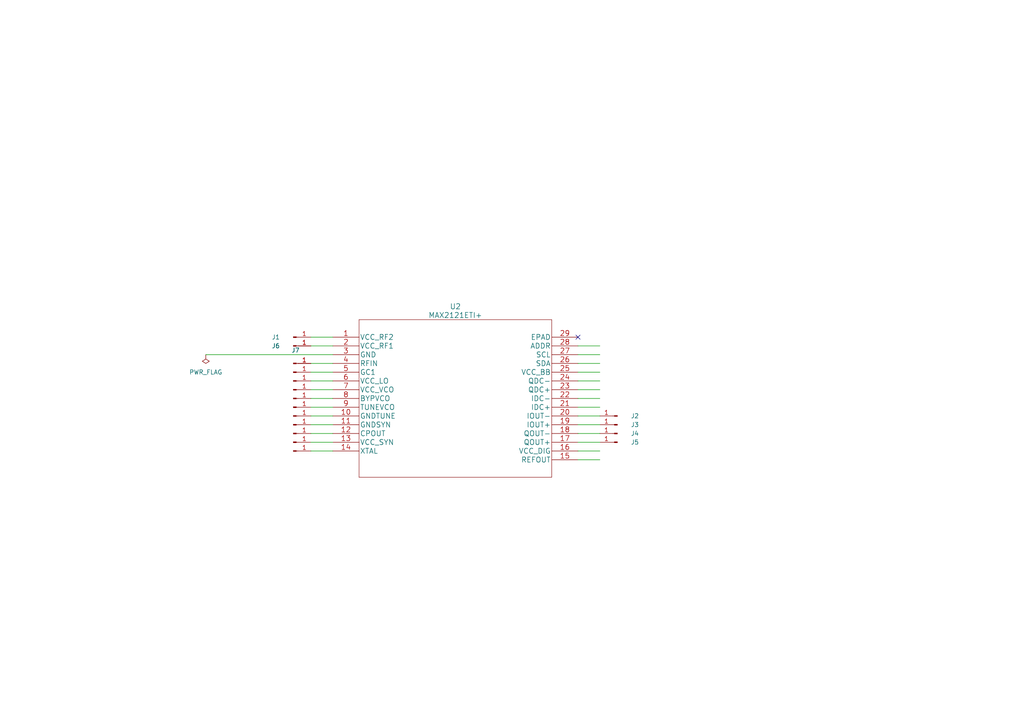
<source format=kicad_sch>
(kicad_sch (version 20230121) (generator eeschema)

  (uuid 8a5d151e-8f19-4584-bb37-a4a0ad0fc712)

  (paper "A4")

  (title_block
    (title "Callisto Adapter")
    (date "2023-05-15")
    (rev "v0.1")
    (company "Radiometria")
  )

  (lib_symbols
    (symbol "2023-05-29_05-01-20:MAX2121ETI+" (pin_names (offset 0.254)) (in_bom yes) (on_board yes)
      (property "Reference" "U" (at 35.56 10.16 0)
        (effects (font (size 1.524 1.524)))
      )
      (property "Value" "MAX2121ETI+" (at 35.56 7.62 0)
        (effects (font (size 1.524 1.524)))
      )
      (property "Footprint" "21-0140L_T2855-3_MXM" (at 35.56 6.096 0)
        (effects (font (size 1.524 1.524)) hide)
      )
      (property "Datasheet" "" (at 0 0 0)
        (effects (font (size 1.524 1.524)))
      )
      (property "ki_fp_filters" "21-0140L_T2855-3_MXM 21-0140L_T2855-3_MXM-M 21-0140L_T2855-3_MXM-L" (at 0 0 0)
        (effects (font (size 1.27 1.27)) hide)
      )
      (symbol "MAX2121ETI+_1_1"
        (polyline
          (pts
            (xy 7.62 -40.64)
            (xy 63.5 -40.64)
          )
          (stroke (width 0.127) (type solid))
          (fill (type none))
        )
        (polyline
          (pts
            (xy 7.62 5.08)
            (xy 7.62 -40.64)
          )
          (stroke (width 0.127) (type solid))
          (fill (type none))
        )
        (polyline
          (pts
            (xy 63.5 -40.64)
            (xy 63.5 5.08)
          )
          (stroke (width 0.127) (type solid))
          (fill (type none))
        )
        (polyline
          (pts
            (xy 63.5 5.08)
            (xy 7.62 5.08)
          )
          (stroke (width 0.127) (type solid))
          (fill (type none))
        )
        (pin bidirectional line (at 0 0 0) (length 7.62)
          (name "VCC_RF2" (effects (font (size 1.4986 1.4986))))
          (number "1" (effects (font (size 1.4986 1.4986))))
        )
        (pin bidirectional line (at 0 -22.86 0) (length 7.62)
          (name "GNDTUNE" (effects (font (size 1.4986 1.4986))))
          (number "10" (effects (font (size 1.4986 1.4986))))
        )
        (pin bidirectional line (at 0 -25.4 0) (length 7.62)
          (name "GNDSYN" (effects (font (size 1.4986 1.4986))))
          (number "11" (effects (font (size 1.4986 1.4986))))
        )
        (pin output line (at 0 -27.94 0) (length 7.62)
          (name "CPOUT" (effects (font (size 1.4986 1.4986))))
          (number "12" (effects (font (size 1.4986 1.4986))))
        )
        (pin bidirectional line (at 0 -30.48 0) (length 7.62)
          (name "VCC_SYN" (effects (font (size 1.4986 1.4986))))
          (number "13" (effects (font (size 1.4986 1.4986))))
        )
        (pin bidirectional line (at 0 -33.02 0) (length 7.62)
          (name "XTAL" (effects (font (size 1.4986 1.4986))))
          (number "14" (effects (font (size 1.4986 1.4986))))
        )
        (pin output line (at 71.12 -35.56 180) (length 7.62)
          (name "REFOUT" (effects (font (size 1.4986 1.4986))))
          (number "15" (effects (font (size 1.4986 1.4986))))
        )
        (pin bidirectional line (at 71.12 -33.02 180) (length 7.62)
          (name "VCC_DIG" (effects (font (size 1.4986 1.4986))))
          (number "16" (effects (font (size 1.4986 1.4986))))
        )
        (pin output line (at 71.12 -30.48 180) (length 7.62)
          (name "QOUT+" (effects (font (size 1.4986 1.4986))))
          (number "17" (effects (font (size 1.4986 1.4986))))
        )
        (pin output line (at 71.12 -27.94 180) (length 7.62)
          (name "QOUT-" (effects (font (size 1.4986 1.4986))))
          (number "18" (effects (font (size 1.4986 1.4986))))
        )
        (pin output line (at 71.12 -25.4 180) (length 7.62)
          (name "IOUT+" (effects (font (size 1.4986 1.4986))))
          (number "19" (effects (font (size 1.4986 1.4986))))
        )
        (pin bidirectional line (at 0 -2.54 0) (length 7.62)
          (name "VCC_RF1" (effects (font (size 1.4986 1.4986))))
          (number "2" (effects (font (size 1.4986 1.4986))))
        )
        (pin output line (at 71.12 -22.86 180) (length 7.62)
          (name "IOUT-" (effects (font (size 1.4986 1.4986))))
          (number "20" (effects (font (size 1.4986 1.4986))))
        )
        (pin bidirectional line (at 71.12 -20.32 180) (length 7.62)
          (name "IDC+" (effects (font (size 1.4986 1.4986))))
          (number "21" (effects (font (size 1.4986 1.4986))))
        )
        (pin bidirectional line (at 71.12 -17.78 180) (length 7.62)
          (name "IDC-" (effects (font (size 1.4986 1.4986))))
          (number "22" (effects (font (size 1.4986 1.4986))))
        )
        (pin bidirectional line (at 71.12 -15.24 180) (length 7.62)
          (name "QDC+" (effects (font (size 1.4986 1.4986))))
          (number "23" (effects (font (size 1.4986 1.4986))))
        )
        (pin bidirectional line (at 71.12 -12.7 180) (length 7.62)
          (name "QDC-" (effects (font (size 1.4986 1.4986))))
          (number "24" (effects (font (size 1.4986 1.4986))))
        )
        (pin bidirectional line (at 71.12 -10.16 180) (length 7.62)
          (name "VCC_BB" (effects (font (size 1.4986 1.4986))))
          (number "25" (effects (font (size 1.4986 1.4986))))
        )
        (pin bidirectional line (at 71.12 -7.62 180) (length 7.62)
          (name "SDA" (effects (font (size 1.4986 1.4986))))
          (number "26" (effects (font (size 1.4986 1.4986))))
        )
        (pin bidirectional line (at 71.12 -5.08 180) (length 7.62)
          (name "SCL" (effects (font (size 1.4986 1.4986))))
          (number "27" (effects (font (size 1.4986 1.4986))))
        )
        (pin bidirectional line (at 71.12 -2.54 180) (length 7.62)
          (name "ADDR" (effects (font (size 1.4986 1.4986))))
          (number "28" (effects (font (size 1.4986 1.4986))))
        )
        (pin unspecified line (at 71.12 0 180) (length 7.62)
          (name "EPAD" (effects (font (size 1.4986 1.4986))))
          (number "29" (effects (font (size 1.4986 1.4986))))
        )
        (pin power_in line (at 0 -5.08 0) (length 7.62)
          (name "GND" (effects (font (size 1.4986 1.4986))))
          (number "3" (effects (font (size 1.4986 1.4986))))
        )
        (pin input line (at 0 -7.62 0) (length 7.62)
          (name "RFIN" (effects (font (size 1.4986 1.4986))))
          (number "4" (effects (font (size 1.4986 1.4986))))
        )
        (pin bidirectional line (at 0 -10.16 0) (length 7.62)
          (name "GC1" (effects (font (size 1.4986 1.4986))))
          (number "5" (effects (font (size 1.4986 1.4986))))
        )
        (pin bidirectional line (at 0 -12.7 0) (length 7.62)
          (name "VCC_LO" (effects (font (size 1.4986 1.4986))))
          (number "6" (effects (font (size 1.4986 1.4986))))
        )
        (pin bidirectional line (at 0 -15.24 0) (length 7.62)
          (name "VCC_VCO" (effects (font (size 1.4986 1.4986))))
          (number "7" (effects (font (size 1.4986 1.4986))))
        )
        (pin bidirectional line (at 0 -17.78 0) (length 7.62)
          (name "BYPVCO" (effects (font (size 1.4986 1.4986))))
          (number "8" (effects (font (size 1.4986 1.4986))))
        )
        (pin bidirectional line (at 0 -20.32 0) (length 7.62)
          (name "TUNEVCO" (effects (font (size 1.4986 1.4986))))
          (number "9" (effects (font (size 1.4986 1.4986))))
        )
      )
    )
    (symbol "Connector:Conn_01x01_Pin" (pin_names (offset 1.016) hide) (in_bom yes) (on_board yes)
      (property "Reference" "J" (at 0 2.54 0)
        (effects (font (size 1.27 1.27)))
      )
      (property "Value" "Conn_01x01_Pin" (at 0 -2.54 0)
        (effects (font (size 1.27 1.27)))
      )
      (property "Footprint" "" (at 0 0 0)
        (effects (font (size 1.27 1.27)) hide)
      )
      (property "Datasheet" "~" (at 0 0 0)
        (effects (font (size 1.27 1.27)) hide)
      )
      (property "ki_locked" "" (at 0 0 0)
        (effects (font (size 1.27 1.27)))
      )
      (property "ki_keywords" "connector" (at 0 0 0)
        (effects (font (size 1.27 1.27)) hide)
      )
      (property "ki_description" "Generic connector, single row, 01x01, script generated" (at 0 0 0)
        (effects (font (size 1.27 1.27)) hide)
      )
      (property "ki_fp_filters" "Connector*:*_1x??_*" (at 0 0 0)
        (effects (font (size 1.27 1.27)) hide)
      )
      (symbol "Conn_01x01_Pin_1_1"
        (polyline
          (pts
            (xy 1.27 0)
            (xy 0.8636 0)
          )
          (stroke (width 0.1524) (type default))
          (fill (type none))
        )
        (rectangle (start 0.8636 0.127) (end 0 -0.127)
          (stroke (width 0.1524) (type default))
          (fill (type outline))
        )
        (pin passive line (at 5.08 0 180) (length 3.81)
          (name "Pin_1" (effects (font (size 1.27 1.27))))
          (number "1" (effects (font (size 1.27 1.27))))
        )
      )
    )
    (symbol "power:PWR_FLAG" (power) (pin_numbers hide) (pin_names (offset 0) hide) (in_bom yes) (on_board yes)
      (property "Reference" "#FLG" (at 0 1.905 0)
        (effects (font (size 1.27 1.27)) hide)
      )
      (property "Value" "PWR_FLAG" (at 0 3.81 0)
        (effects (font (size 1.27 1.27)))
      )
      (property "Footprint" "" (at 0 0 0)
        (effects (font (size 1.27 1.27)) hide)
      )
      (property "Datasheet" "~" (at 0 0 0)
        (effects (font (size 1.27 1.27)) hide)
      )
      (property "ki_keywords" "flag power" (at 0 0 0)
        (effects (font (size 1.27 1.27)) hide)
      )
      (property "ki_description" "Special symbol for telling ERC where power comes from" (at 0 0 0)
        (effects (font (size 1.27 1.27)) hide)
      )
      (symbol "PWR_FLAG_0_0"
        (pin power_out line (at 0 0 90) (length 0)
          (name "pwr" (effects (font (size 1.27 1.27))))
          (number "1" (effects (font (size 1.27 1.27))))
        )
      )
      (symbol "PWR_FLAG_0_1"
        (polyline
          (pts
            (xy 0 0)
            (xy 0 1.27)
            (xy -1.016 1.905)
            (xy 0 2.54)
            (xy 1.016 1.905)
            (xy 0 1.27)
          )
          (stroke (width 0) (type default))
          (fill (type none))
        )
      )
    )
  )


  (no_connect (at 167.64 97.79) (uuid fec91585-99fd-4375-9aa9-cac9292fa884))

  (wire (pts (xy 167.64 107.95) (xy 173.99 107.95))
    (stroke (width 0) (type default))
    (uuid 02df3e59-0e53-4dc0-88e1-0fcc65fc34ac)
  )
  (wire (pts (xy 90.17 120.65) (xy 96.52 120.65))
    (stroke (width 0) (type default))
    (uuid 098c1c37-a6a7-4773-9df3-b83ceff3dfb9)
  )
  (wire (pts (xy 90.17 110.49) (xy 96.52 110.49))
    (stroke (width 0) (type default))
    (uuid 2615b7fa-9aec-48b7-b9b7-ec49129f2923)
  )
  (wire (pts (xy 59.69 102.87) (xy 96.52 102.87))
    (stroke (width 0) (type default))
    (uuid 29e4600e-758f-4a88-bfd2-1cd1e913e322)
  )
  (wire (pts (xy 167.64 105.41) (xy 173.99 105.41))
    (stroke (width 0) (type default))
    (uuid 2edd9bb8-7a61-4a71-a635-8338834c2098)
  )
  (wire (pts (xy 90.17 113.03) (xy 96.52 113.03))
    (stroke (width 0) (type default))
    (uuid 3ca2def1-c4ff-4877-8db3-7be956bdf92a)
  )
  (wire (pts (xy 90.17 105.41) (xy 96.52 105.41))
    (stroke (width 0) (type default))
    (uuid 492ed0d8-75ce-4c96-8f05-e7146f9e3e61)
  )
  (wire (pts (xy 167.64 113.03) (xy 173.99 113.03))
    (stroke (width 0) (type default))
    (uuid 5ee1ab98-abe7-4982-b0ab-c4ff1fab76ee)
  )
  (wire (pts (xy 167.64 133.35) (xy 173.99 133.35))
    (stroke (width 0) (type default))
    (uuid 6007736c-8cc2-4087-bb45-4813871762f0)
  )
  (wire (pts (xy 167.64 110.49) (xy 173.99 110.49))
    (stroke (width 0) (type default))
    (uuid 6b62ef9b-fb9b-474e-8412-0b9fea73bbc8)
  )
  (wire (pts (xy 167.64 102.87) (xy 173.99 102.87))
    (stroke (width 0) (type default))
    (uuid 731139d1-c153-4196-9906-0bc6d990091a)
  )
  (wire (pts (xy 167.64 130.81) (xy 173.99 130.81))
    (stroke (width 0) (type default))
    (uuid 75564d1d-9df2-45f2-9c22-aec4ec53cc9b)
  )
  (wire (pts (xy 167.64 128.27) (xy 173.99 128.27))
    (stroke (width 0) (type default))
    (uuid 7652be2b-8671-4907-87db-6d947817c237)
  )
  (wire (pts (xy 167.64 120.65) (xy 173.99 120.65))
    (stroke (width 0) (type default))
    (uuid 7c4221df-25bf-498a-a250-771857eba12c)
  )
  (wire (pts (xy 167.64 118.11) (xy 173.99 118.11))
    (stroke (width 0) (type default))
    (uuid 7fa4043d-499b-4e6a-85a6-6a9077999827)
  )
  (wire (pts (xy 90.17 97.79) (xy 96.52 97.79))
    (stroke (width 0) (type default))
    (uuid 803ce7d4-2bc1-48e9-b8d3-88ad7e6258eb)
  )
  (wire (pts (xy 90.17 123.19) (xy 96.52 123.19))
    (stroke (width 0) (type default))
    (uuid 8502548a-0368-441f-9659-391669b7e69a)
  )
  (wire (pts (xy 167.64 123.19) (xy 173.99 123.19))
    (stroke (width 0) (type default))
    (uuid 85d0e3b9-3d92-4750-be19-06fd19c2671b)
  )
  (wire (pts (xy 90.17 100.33) (xy 96.52 100.33))
    (stroke (width 0) (type default))
    (uuid 932a1d56-92f2-4cc6-b97e-49a51f05115b)
  )
  (wire (pts (xy 167.64 100.33) (xy 173.99 100.33))
    (stroke (width 0) (type default))
    (uuid bb9480ac-99ff-4d8c-87a0-2d6606c15c58)
  )
  (wire (pts (xy 90.17 107.95) (xy 96.52 107.95))
    (stroke (width 0) (type default))
    (uuid ca02c8db-c1ca-4449-9601-26ec8f432696)
  )
  (wire (pts (xy 90.17 130.81) (xy 96.52 130.81))
    (stroke (width 0) (type default))
    (uuid cd6ad708-0689-47aa-9a7b-769181d5655f)
  )
  (wire (pts (xy 90.17 125.73) (xy 96.52 125.73))
    (stroke (width 0) (type default))
    (uuid ce234ed9-41da-4f0c-92ed-df2f8b20950d)
  )
  (wire (pts (xy 167.64 115.57) (xy 173.99 115.57))
    (stroke (width 0) (type default))
    (uuid d43a486a-645a-47a1-8f1d-30752c85927e)
  )
  (wire (pts (xy 90.17 118.11) (xy 96.52 118.11))
    (stroke (width 0) (type default))
    (uuid d5d7bf68-bec2-4ffa-933c-15c955dc1c30)
  )
  (wire (pts (xy 167.64 125.73) (xy 173.99 125.73))
    (stroke (width 0) (type default))
    (uuid d95cca1f-4b05-49ba-baa2-d40c6018af97)
  )
  (wire (pts (xy 90.17 115.57) (xy 96.52 115.57))
    (stroke (width 0) (type default))
    (uuid dfe4932a-3485-4a7f-83f8-2207af35d960)
  )
  (wire (pts (xy 90.17 128.27) (xy 96.52 128.27))
    (stroke (width 0) (type default))
    (uuid e2772402-8733-42a0-9afb-563479a9d4bf)
  )

  (symbol (lib_id "Connector:Conn_01x01_Pin") (at 179.07 123.19 0) (mirror y) (unit 1)
    (in_bom yes) (on_board yes) (dnp no)
    (uuid 450824b2-b621-4e46-85fb-29c1d288c1d4)
    (property "Reference" "J3" (at 184.15 123.19 0)
      (effects (font (size 1.27 1.27)))
    )
    (property "Value" "Conn_01x01_Pin" (at 178.435 121.92 0)
      (effects (font (size 1.27 1.27)) hide)
    )
    (property "Footprint" "Connector_PinHeader_2.54mm:PinHeader_1x01_P2.54mm_Vertical" (at 179.07 123.19 0)
      (effects (font (size 1.27 1.27)) hide)
    )
    (property "Datasheet" "~" (at 179.07 123.19 0)
      (effects (font (size 1.27 1.27)) hide)
    )
    (pin "1" (uuid 11965783-8f4f-4c10-8ce5-ee43b0fd480c))
    (instances
      (project "adapter"
        (path "/8a5d151e-8f19-4584-bb37-a4a0ad0fc712"
          (reference "J3") (unit 1)
        )
      )
    )
  )

  (symbol (lib_id "2023-05-29_05-01-20:MAX2121ETI+") (at 96.52 97.79 0) (unit 1)
    (in_bom yes) (on_board yes) (dnp no) (fields_autoplaced)
    (uuid 46b4ce11-76b9-4878-bbd4-cfda6fcdf55c)
    (property "Reference" "U2" (at 132.08 88.9 0)
      (effects (font (size 1.524 1.524)))
    )
    (property "Value" "MAX2121ETI+" (at 132.08 91.44 0)
      (effects (font (size 1.524 1.524)))
    )
    (property "Footprint" "footprints:MAX2121ETI&plus_" (at 132.08 91.694 0)
      (effects (font (size 1.524 1.524)) hide)
    )
    (property "Datasheet" "" (at 96.52 97.79 0)
      (effects (font (size 1.524 1.524)))
    )
    (pin "1" (uuid f68dc32f-6343-4083-be79-4a2eeb97bc9c))
    (pin "10" (uuid cbbd9931-8ad0-4178-87ce-896bb2662fd5))
    (pin "11" (uuid 0f7d3334-dc44-42e4-9817-b6b900600247))
    (pin "12" (uuid c679d456-1624-4918-b81e-42eff4922d2f))
    (pin "13" (uuid c6e9bda8-4efc-48f4-bc6d-20def2281476))
    (pin "14" (uuid 757bdf23-2621-47d8-a168-73017867216e))
    (pin "15" (uuid 4c215a71-bab2-449e-918e-abe9225958fc))
    (pin "16" (uuid 3e400cb7-5a81-44cd-b19a-1970682dbda0))
    (pin "17" (uuid 24ceffdc-a5b2-429d-abc1-48d50f36d4e0))
    (pin "18" (uuid ef8a4910-8730-496f-8e26-858a08a01824))
    (pin "19" (uuid 5a384e0b-c0a5-41cf-8217-7e14f10f68cd))
    (pin "2" (uuid 8acc3421-d638-4713-89b0-a032ae1233f7))
    (pin "20" (uuid 3f418ae9-b20c-49ae-ad0a-f6a0363d34f6))
    (pin "21" (uuid a1199431-6842-4d36-978b-592050ba544f))
    (pin "22" (uuid b0da54c9-c495-49a9-abfc-bfe50335819d))
    (pin "23" (uuid 891a0351-e815-46ef-bbdb-4d8d1ab50b5a))
    (pin "24" (uuid e92bd6db-5b98-4be8-855a-a959c55c079b))
    (pin "25" (uuid 1f21f73f-f36d-46be-bc86-5e04b63ac4f6))
    (pin "26" (uuid a968fdef-2271-4668-aa04-ea904d6388f9))
    (pin "27" (uuid 8478d29f-6aa9-4136-89ee-9f6c07c36c5a))
    (pin "28" (uuid 2822eb37-2468-4988-b4d7-1c95f6cd12c7))
    (pin "29" (uuid f49c4ed2-460c-440c-a40c-6ab1d549a001))
    (pin "3" (uuid f3c2b756-cee9-4d26-bf89-11932b685fa6))
    (pin "4" (uuid 7b83ac5f-0aa3-49a0-b7f2-0147afe8498a))
    (pin "5" (uuid 918e4904-30f0-4ba4-8259-909b6207a822))
    (pin "6" (uuid 09f2125c-6654-48c5-9290-321a61e100ab))
    (pin "7" (uuid 5d123ee4-1d16-4304-8a6f-090aea6a9871))
    (pin "8" (uuid 54033fd0-a1ea-4300-a4e4-f35cecae196e))
    (pin "9" (uuid ae94b45c-cf50-4a22-abc5-10c092b74a7f))
    (instances
      (project "adapter"
        (path "/8a5d151e-8f19-4584-bb37-a4a0ad0fc712"
          (reference "U2") (unit 1)
        )
      )
    )
  )

  (symbol (lib_id "Connector:Conn_01x01_Pin") (at 85.09 115.57 0) (unit 1)
    (in_bom yes) (on_board yes) (dnp no) (fields_autoplaced)
    (uuid 50b00ff3-4a28-4070-aadc-41eb46124fed)
    (property "Reference" "J11" (at 85.725 111.76 0)
      (effects (font (size 1.27 1.27)) hide)
    )
    (property "Value" "Conn_01x01_Pin" (at 85.725 114.3 0)
      (effects (font (size 1.27 1.27)) hide)
    )
    (property "Footprint" "Connector_PinHeader_2.54mm:PinHeader_1x01_P2.54mm_Vertical" (at 85.09 115.57 0)
      (effects (font (size 1.27 1.27)) hide)
    )
    (property "Datasheet" "~" (at 85.09 115.57 0)
      (effects (font (size 1.27 1.27)) hide)
    )
    (pin "1" (uuid 7da6c203-94fe-49d3-8b05-bd90b71a7966))
    (instances
      (project "adapter"
        (path "/8a5d151e-8f19-4584-bb37-a4a0ad0fc712"
          (reference "J11") (unit 1)
        )
      )
    )
  )

  (symbol (lib_id "Connector:Conn_01x01_Pin") (at 179.07 125.73 0) (mirror y) (unit 1)
    (in_bom yes) (on_board yes) (dnp no)
    (uuid 50ed321c-3e43-4adc-aab3-7a7b55caa9e8)
    (property "Reference" "J4" (at 184.15 125.73 0)
      (effects (font (size 1.27 1.27)))
    )
    (property "Value" "Conn_01x01_Pin" (at 178.435 124.46 0)
      (effects (font (size 1.27 1.27)) hide)
    )
    (property "Footprint" "Connector_PinHeader_2.54mm:PinHeader_1x01_P2.54mm_Vertical" (at 179.07 125.73 0)
      (effects (font (size 1.27 1.27)) hide)
    )
    (property "Datasheet" "~" (at 179.07 125.73 0)
      (effects (font (size 1.27 1.27)) hide)
    )
    (pin "1" (uuid 02846b4f-b2aa-42d8-a255-a6556fd92f70))
    (instances
      (project "adapter"
        (path "/8a5d151e-8f19-4584-bb37-a4a0ad0fc712"
          (reference "J4") (unit 1)
        )
      )
    )
  )

  (symbol (lib_id "Connector:Conn_01x01_Pin") (at 85.09 100.33 0) (unit 1)
    (in_bom yes) (on_board yes) (dnp no)
    (uuid 60129e0a-70ef-434a-910b-1f7fa536eb42)
    (property "Reference" "J6" (at 80.01 100.33 0)
      (effects (font (size 1.27 1.27)))
    )
    (property "Value" "Conn_01x01_Pin" (at 85.725 99.06 0)
      (effects (font (size 1.27 1.27)) hide)
    )
    (property "Footprint" "Connector_PinHeader_2.54mm:PinHeader_1x01_P2.54mm_Vertical" (at 85.09 100.33 0)
      (effects (font (size 1.27 1.27)) hide)
    )
    (property "Datasheet" "~" (at 85.09 100.33 0)
      (effects (font (size 1.27 1.27)) hide)
    )
    (pin "1" (uuid 85161d66-f838-4006-bc6c-ce9e5cd30e62))
    (instances
      (project "adapter"
        (path "/8a5d151e-8f19-4584-bb37-a4a0ad0fc712"
          (reference "J6") (unit 1)
        )
      )
    )
  )

  (symbol (lib_id "Connector:Conn_01x01_Pin") (at 179.07 120.65 0) (mirror y) (unit 1)
    (in_bom yes) (on_board yes) (dnp no)
    (uuid 6eac158c-d27e-4ac6-904e-c9b2f40f717e)
    (property "Reference" "J2" (at 184.15 120.65 0)
      (effects (font (size 1.27 1.27)))
    )
    (property "Value" "Conn_01x01_Pin" (at 207.01 111.76 0)
      (effects (font (size 1.27 1.27)) hide)
    )
    (property "Footprint" "Connector_PinHeader_2.54mm:PinHeader_1x01_P2.54mm_Vertical" (at 179.07 120.65 0)
      (effects (font (size 1.27 1.27)) hide)
    )
    (property "Datasheet" "~" (at 179.07 120.65 0)
      (effects (font (size 1.27 1.27)) hide)
    )
    (pin "1" (uuid 8422d68f-4d1c-4f69-86a5-61c93b7a9b63))
    (instances
      (project "adapter"
        (path "/8a5d151e-8f19-4584-bb37-a4a0ad0fc712"
          (reference "J2") (unit 1)
        )
      )
    )
  )

  (symbol (lib_id "Connector:Conn_01x01_Pin") (at 85.09 125.73 0) (unit 1)
    (in_bom yes) (on_board yes) (dnp no) (fields_autoplaced)
    (uuid 8e2d5725-16d8-46d6-bda7-f48a12879e6d)
    (property "Reference" "J14" (at 85.725 121.92 0)
      (effects (font (size 1.27 1.27)) hide)
    )
    (property "Value" "Conn_01x01_Pin" (at 85.725 124.46 0)
      (effects (font (size 1.27 1.27)) hide)
    )
    (property "Footprint" "Connector_PinHeader_2.54mm:PinHeader_1x01_P2.54mm_Vertical" (at 85.09 125.73 0)
      (effects (font (size 1.27 1.27)) hide)
    )
    (property "Datasheet" "~" (at 85.09 125.73 0)
      (effects (font (size 1.27 1.27)) hide)
    )
    (pin "1" (uuid c91967bf-2361-4a74-ae26-955321d607ac))
    (instances
      (project "adapter"
        (path "/8a5d151e-8f19-4584-bb37-a4a0ad0fc712"
          (reference "J14") (unit 1)
        )
      )
    )
  )

  (symbol (lib_id "Connector:Conn_01x01_Pin") (at 85.09 130.81 0) (unit 1)
    (in_bom yes) (on_board yes) (dnp no) (fields_autoplaced)
    (uuid 8fedcf81-fca5-466f-ae6c-1267042493f7)
    (property "Reference" "J16" (at 85.725 127 0)
      (effects (font (size 1.27 1.27)) hide)
    )
    (property "Value" "Conn_01x01_Pin" (at 85.725 129.54 0)
      (effects (font (size 1.27 1.27)) hide)
    )
    (property "Footprint" "Connector_PinHeader_2.54mm:PinHeader_1x01_P2.54mm_Vertical" (at 85.09 130.81 0)
      (effects (font (size 1.27 1.27)) hide)
    )
    (property "Datasheet" "~" (at 85.09 130.81 0)
      (effects (font (size 1.27 1.27)) hide)
    )
    (pin "1" (uuid e4c9f14e-87e0-4f70-9d96-a69bd0510bac))
    (instances
      (project "adapter"
        (path "/8a5d151e-8f19-4584-bb37-a4a0ad0fc712"
          (reference "J16") (unit 1)
        )
      )
    )
  )

  (symbol (lib_id "Connector:Conn_01x01_Pin") (at 85.09 107.95 0) (unit 1)
    (in_bom yes) (on_board yes) (dnp no) (fields_autoplaced)
    (uuid 989abd32-098e-4668-95b5-853f70cfc756)
    (property "Reference" "J8" (at 85.725 104.14 0)
      (effects (font (size 1.27 1.27)) hide)
    )
    (property "Value" "Conn_01x01_Pin" (at 85.725 106.68 0)
      (effects (font (size 1.27 1.27)) hide)
    )
    (property "Footprint" "Connector_PinHeader_2.54mm:PinHeader_1x01_P2.54mm_Vertical" (at 85.09 107.95 0)
      (effects (font (size 1.27 1.27)) hide)
    )
    (property "Datasheet" "~" (at 85.09 107.95 0)
      (effects (font (size 1.27 1.27)) hide)
    )
    (pin "1" (uuid a84be1a8-847e-45a2-aeaa-d09ea685f67b))
    (instances
      (project "adapter"
        (path "/8a5d151e-8f19-4584-bb37-a4a0ad0fc712"
          (reference "J8") (unit 1)
        )
      )
    )
  )

  (symbol (lib_id "Connector:Conn_01x01_Pin") (at 85.09 105.41 0) (unit 1)
    (in_bom yes) (on_board yes) (dnp no) (fields_autoplaced)
    (uuid a0c94b0d-f738-4c23-885e-e3a1df61ba6b)
    (property "Reference" "J7" (at 85.725 101.6 0)
      (effects (font (size 1.27 1.27)))
    )
    (property "Value" "Conn_01x01_Pin" (at 85.725 104.14 0)
      (effects (font (size 1.27 1.27)) hide)
    )
    (property "Footprint" "Connector_PinHeader_2.54mm:PinHeader_1x01_P2.54mm_Vertical" (at 85.09 105.41 0)
      (effects (font (size 1.27 1.27)) hide)
    )
    (property "Datasheet" "~" (at 85.09 105.41 0)
      (effects (font (size 1.27 1.27)) hide)
    )
    (pin "1" (uuid 75bca4a5-7b68-405c-994b-06c4404cfb7a))
    (instances
      (project "adapter"
        (path "/8a5d151e-8f19-4584-bb37-a4a0ad0fc712"
          (reference "J7") (unit 1)
        )
      )
    )
  )

  (symbol (lib_id "Connector:Conn_01x01_Pin") (at 85.09 110.49 0) (unit 1)
    (in_bom yes) (on_board yes) (dnp no) (fields_autoplaced)
    (uuid ac9ec6c5-a79f-45de-9927-2613960d456b)
    (property "Reference" "J9" (at 85.725 106.68 0)
      (effects (font (size 1.27 1.27)) hide)
    )
    (property "Value" "Conn_01x01_Pin" (at 85.725 109.22 0)
      (effects (font (size 1.27 1.27)) hide)
    )
    (property "Footprint" "Connector_PinHeader_2.54mm:PinHeader_1x01_P2.54mm_Vertical" (at 85.09 110.49 0)
      (effects (font (size 1.27 1.27)) hide)
    )
    (property "Datasheet" "~" (at 85.09 110.49 0)
      (effects (font (size 1.27 1.27)) hide)
    )
    (pin "1" (uuid bee013c2-d96a-4224-a34a-cff9dee96190))
    (instances
      (project "adapter"
        (path "/8a5d151e-8f19-4584-bb37-a4a0ad0fc712"
          (reference "J9") (unit 1)
        )
      )
    )
  )

  (symbol (lib_id "Connector:Conn_01x01_Pin") (at 85.09 118.11 0) (unit 1)
    (in_bom yes) (on_board yes) (dnp no) (fields_autoplaced)
    (uuid b048d924-c095-4663-9c91-44bf4d259816)
    (property "Reference" "J12" (at 85.725 114.3 0)
      (effects (font (size 1.27 1.27)) hide)
    )
    (property "Value" "Conn_01x01_Pin" (at 85.725 116.84 0)
      (effects (font (size 1.27 1.27)) hide)
    )
    (property "Footprint" "Connector_PinHeader_2.54mm:PinHeader_1x01_P2.54mm_Vertical" (at 85.09 118.11 0)
      (effects (font (size 1.27 1.27)) hide)
    )
    (property "Datasheet" "~" (at 85.09 118.11 0)
      (effects (font (size 1.27 1.27)) hide)
    )
    (pin "1" (uuid d5eab190-1083-466f-bea7-17f134ef2cea))
    (instances
      (project "adapter"
        (path "/8a5d151e-8f19-4584-bb37-a4a0ad0fc712"
          (reference "J12") (unit 1)
        )
      )
    )
  )

  (symbol (lib_id "Connector:Conn_01x01_Pin") (at 85.09 113.03 0) (unit 1)
    (in_bom yes) (on_board yes) (dnp no) (fields_autoplaced)
    (uuid b13cc69d-a59f-4e40-b5e2-d66516998004)
    (property "Reference" "J10" (at 85.725 109.22 0)
      (effects (font (size 1.27 1.27)) hide)
    )
    (property "Value" "Conn_01x01_Pin" (at 85.725 111.76 0)
      (effects (font (size 1.27 1.27)) hide)
    )
    (property "Footprint" "Connector_PinHeader_2.54mm:PinHeader_1x01_P2.54mm_Vertical" (at 85.09 113.03 0)
      (effects (font (size 1.27 1.27)) hide)
    )
    (property "Datasheet" "~" (at 85.09 113.03 0)
      (effects (font (size 1.27 1.27)) hide)
    )
    (pin "1" (uuid 67222185-1e26-4ed2-8c28-a48b551d1e3d))
    (instances
      (project "adapter"
        (path "/8a5d151e-8f19-4584-bb37-a4a0ad0fc712"
          (reference "J10") (unit 1)
        )
      )
    )
  )

  (symbol (lib_id "Connector:Conn_01x01_Pin") (at 85.09 123.19 0) (unit 1)
    (in_bom yes) (on_board yes) (dnp no) (fields_autoplaced)
    (uuid c4c5ae11-7511-46b3-909e-f4dd91cca07f)
    (property "Reference" "J17" (at 85.725 119.38 0)
      (effects (font (size 1.27 1.27)) hide)
    )
    (property "Value" "Conn_01x01_Pin" (at 85.725 121.92 0)
      (effects (font (size 1.27 1.27)) hide)
    )
    (property "Footprint" "Connector_PinHeader_2.54mm:PinHeader_1x01_P2.54mm_Vertical" (at 85.09 123.19 0)
      (effects (font (size 1.27 1.27)) hide)
    )
    (property "Datasheet" "~" (at 85.09 123.19 0)
      (effects (font (size 1.27 1.27)) hide)
    )
    (pin "1" (uuid fb547356-3c76-4fad-ae2f-09708858da43))
    (instances
      (project "adapter"
        (path "/8a5d151e-8f19-4584-bb37-a4a0ad0fc712"
          (reference "J17") (unit 1)
        )
      )
    )
  )

  (symbol (lib_id "Connector:Conn_01x01_Pin") (at 85.09 128.27 0) (unit 1)
    (in_bom yes) (on_board yes) (dnp no) (fields_autoplaced)
    (uuid c51cacba-e0d0-48c9-b33c-417047a29aa3)
    (property "Reference" "J15" (at 85.725 124.46 0)
      (effects (font (size 1.27 1.27)) hide)
    )
    (property "Value" "Conn_01x01_Pin" (at 85.725 127 0)
      (effects (font (size 1.27 1.27)) hide)
    )
    (property "Footprint" "Connector_PinHeader_2.54mm:PinHeader_1x01_P2.54mm_Vertical" (at 85.09 128.27 0)
      (effects (font (size 1.27 1.27)) hide)
    )
    (property "Datasheet" "~" (at 85.09 128.27 0)
      (effects (font (size 1.27 1.27)) hide)
    )
    (pin "1" (uuid 966f6686-0a5d-48b8-9c2c-42786cfff46b))
    (instances
      (project "adapter"
        (path "/8a5d151e-8f19-4584-bb37-a4a0ad0fc712"
          (reference "J15") (unit 1)
        )
      )
    )
  )

  (symbol (lib_id "Connector:Conn_01x01_Pin") (at 85.09 120.65 0) (unit 1)
    (in_bom yes) (on_board yes) (dnp no) (fields_autoplaced)
    (uuid cd44fd68-fea7-436c-8dc3-be3a9b5f503f)
    (property "Reference" "J13" (at 85.725 116.84 0)
      (effects (font (size 1.27 1.27)) hide)
    )
    (property "Value" "Conn_01x01_Pin" (at 85.725 119.38 0)
      (effects (font (size 1.27 1.27)) hide)
    )
    (property "Footprint" "Connector_PinHeader_2.54mm:PinHeader_1x01_P2.54mm_Vertical" (at 85.09 120.65 0)
      (effects (font (size 1.27 1.27)) hide)
    )
    (property "Datasheet" "~" (at 85.09 120.65 0)
      (effects (font (size 1.27 1.27)) hide)
    )
    (pin "1" (uuid 2fe34fa4-ec34-4fd6-a404-e3e3dee52528))
    (instances
      (project "adapter"
        (path "/8a5d151e-8f19-4584-bb37-a4a0ad0fc712"
          (reference "J13") (unit 1)
        )
      )
    )
  )

  (symbol (lib_id "Connector:Conn_01x01_Pin") (at 85.09 97.79 0) (unit 1)
    (in_bom yes) (on_board yes) (dnp no)
    (uuid e05a1745-742a-4d78-ad6b-7add813c23ba)
    (property "Reference" "J1" (at 80.01 97.79 0)
      (effects (font (size 1.27 1.27)))
    )
    (property "Value" "Conn_01x01_Pin" (at 85.725 96.52 0)
      (effects (font (size 1.27 1.27)) hide)
    )
    (property "Footprint" "Connector_PinHeader_2.54mm:PinHeader_1x01_P2.54mm_Vertical" (at 85.09 97.79 0)
      (effects (font (size 1.27 1.27)) hide)
    )
    (property "Datasheet" "~" (at 85.09 97.79 0)
      (effects (font (size 1.27 1.27)) hide)
    )
    (pin "1" (uuid 6d05c8b3-a01c-4cc8-8d29-d9cab2a9a683))
    (instances
      (project "adapter"
        (path "/8a5d151e-8f19-4584-bb37-a4a0ad0fc712"
          (reference "J1") (unit 1)
        )
      )
    )
  )

  (symbol (lib_id "Connector:Conn_01x01_Pin") (at 179.07 128.27 0) (mirror y) (unit 1)
    (in_bom yes) (on_board yes) (dnp no)
    (uuid ed1dcbf3-57aa-4359-ac98-d79a295c2aad)
    (property "Reference" "J5" (at 184.15 128.27 0)
      (effects (font (size 1.27 1.27)))
    )
    (property "Value" "Conn_01x01_Pin" (at 178.435 127 0)
      (effects (font (size 1.27 1.27)) hide)
    )
    (property "Footprint" "Connector_PinHeader_2.54mm:PinHeader_1x01_P2.54mm_Vertical" (at 179.07 128.27 0)
      (effects (font (size 1.27 1.27)) hide)
    )
    (property "Datasheet" "~" (at 179.07 128.27 0)
      (effects (font (size 1.27 1.27)) hide)
    )
    (pin "1" (uuid 347a3fee-5c5f-4d38-8060-bfc40b96c277))
    (instances
      (project "adapter"
        (path "/8a5d151e-8f19-4584-bb37-a4a0ad0fc712"
          (reference "J5") (unit 1)
        )
      )
    )
  )

  (symbol (lib_id "power:PWR_FLAG") (at 59.69 102.87 180) (unit 1)
    (in_bom yes) (on_board yes) (dnp no) (fields_autoplaced)
    (uuid fda41212-5c77-4ae6-b3c1-34a9743b17ac)
    (property "Reference" "#FLG01" (at 59.69 104.775 0)
      (effects (font (size 1.27 1.27)) hide)
    )
    (property "Value" "PWR_FLAG" (at 59.69 107.95 0)
      (effects (font (size 1.27 1.27)))
    )
    (property "Footprint" "" (at 59.69 102.87 0)
      (effects (font (size 1.27 1.27)) hide)
    )
    (property "Datasheet" "~" (at 59.69 102.87 0)
      (effects (font (size 1.27 1.27)) hide)
    )
    (pin "1" (uuid 263ca2dc-0bbc-4aec-b665-c60331d742fc))
    (instances
      (project "adapter"
        (path "/8a5d151e-8f19-4584-bb37-a4a0ad0fc712"
          (reference "#FLG01") (unit 1)
        )
      )
    )
  )

  (sheet_instances
    (path "/" (page "1"))
  )
)

</source>
